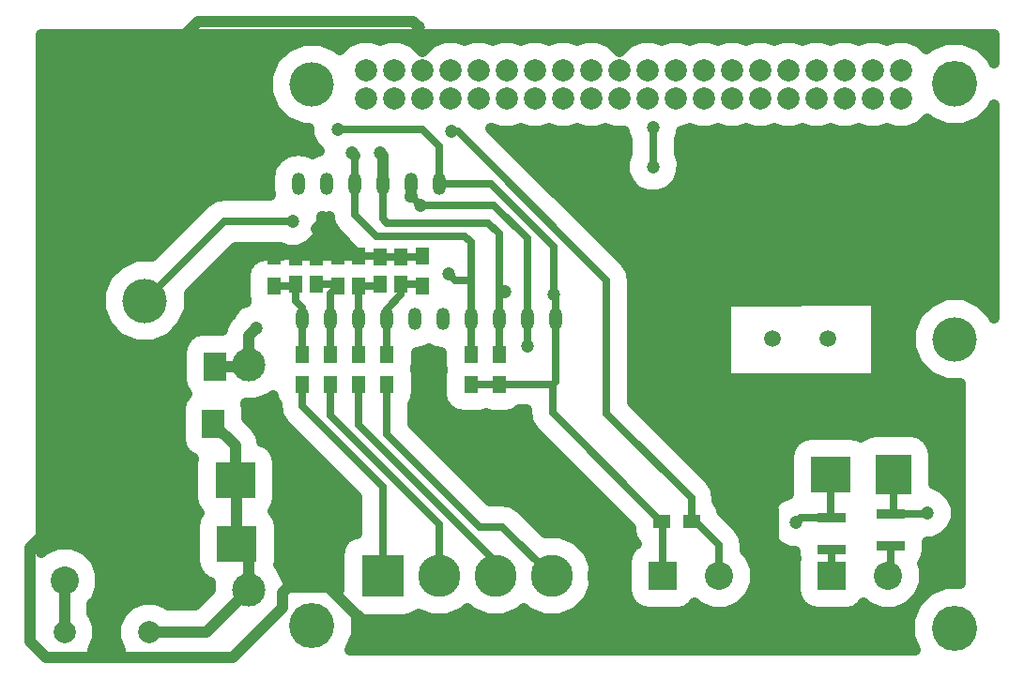
<source format=gbr>
G04 #@! TF.FileFunction,Copper,L2,Bot,Signal*
%FSLAX46Y46*%
G04 Gerber Fmt 4.6, Leading zero omitted, Abs format (unit mm)*
G04 Created by KiCad (PCBNEW 4.0.6) date Wednesday, 29 December 2021 'AMt' 09:41:43*
%MOMM*%
%LPD*%
G01*
G04 APERTURE LIST*
%ADD10C,0.100000*%
%ADD11O,1.200000X2.000000*%
%ADD12C,4.064000*%
%ADD13C,4.000000*%
%ADD14C,2.000000*%
%ADD15R,1.250000X1.500000*%
%ADD16R,3.600000X3.200000*%
%ADD17R,3.200000X3.600000*%
%ADD18C,3.810000*%
%ADD19R,3.810000X3.810000*%
%ADD20R,2.540000X2.540000*%
%ADD21C,2.540000*%
%ADD22R,1.300000X1.500000*%
%ADD23R,1.500000X1.300000*%
%ADD24R,2.500000X0.900000*%
%ADD25C,1.998980*%
%ADD26C,1.500000*%
%ADD27C,3.000000*%
%ADD28R,2.000000X2.500000*%
%ADD29C,1.200000*%
%ADD30C,0.700000*%
%ADD31C,1.000000*%
G04 APERTURE END LIST*
D10*
D11*
X48577500Y31686500D03*
X46037500Y31686500D03*
X43497500Y31686500D03*
X40957500Y31686500D03*
X38417500Y31686500D03*
X35877500Y31686500D03*
X33337500Y31686500D03*
X30797500Y31686500D03*
X28257500Y31686500D03*
X25717500Y31686500D03*
D12*
X26606500Y4000500D03*
X84582000Y3810000D03*
X84582000Y52959000D03*
D13*
X84626000Y29888000D03*
X26626000Y52888000D03*
D14*
X31496000Y54158000D03*
X31496000Y51618000D03*
X34036000Y54158000D03*
X34036000Y51618000D03*
X36576000Y54158000D03*
X36576000Y51618000D03*
X39116000Y54158000D03*
X39116000Y51618000D03*
X41656000Y54158000D03*
X41656000Y51618000D03*
X44196000Y54158000D03*
X44196000Y51618000D03*
X46736000Y54158000D03*
X46736000Y51618000D03*
X49276000Y54158000D03*
X49276000Y51618000D03*
X51816000Y54158000D03*
X51816000Y51618000D03*
X54356000Y54158000D03*
X54356000Y51618000D03*
X56896000Y54158000D03*
X56896000Y51618000D03*
X59436000Y54158000D03*
X59436000Y51618000D03*
X61976000Y54158000D03*
X61976000Y51618000D03*
X64516000Y54158000D03*
X64516000Y51618000D03*
X67056000Y54158000D03*
X67056000Y51618000D03*
X69596000Y54158000D03*
X69596000Y51618000D03*
X72136000Y54158000D03*
X72136000Y51618000D03*
X74676000Y54158000D03*
X74676000Y51618000D03*
X77216000Y54158000D03*
X77216000Y51618000D03*
X79756000Y54158000D03*
X79756000Y51618000D03*
D13*
X84626000Y52888000D03*
X11557000Y33363000D03*
X11557000Y53363000D03*
D15*
X34671000Y37318000D03*
X34671000Y34818000D03*
X32766000Y37318000D03*
X32766000Y34818000D03*
X27051000Y37318000D03*
X27051000Y34818000D03*
X25146000Y37318000D03*
X25146000Y34818000D03*
D16*
X73442000Y17653000D03*
X65242000Y17653000D03*
D17*
X79070200Y17693200D03*
X79070200Y25893200D03*
D16*
X19848000Y11430000D03*
X11648000Y11430000D03*
D18*
X38100000Y8509000D03*
X43180000Y8509000D03*
D19*
X33020000Y8509000D03*
D18*
X48260000Y8509000D03*
X53340000Y8509000D03*
D20*
X4318000Y13208000D03*
D21*
X4318000Y8128000D03*
D20*
X73533000Y8509000D03*
D21*
X78613000Y8509000D03*
D22*
X36576000Y37418000D03*
X36576000Y34718000D03*
X40957500Y25764500D03*
X40957500Y28464500D03*
X30861000Y37418000D03*
X30861000Y34718000D03*
X28956000Y37418000D03*
X28956000Y34718000D03*
X43497500Y25828000D03*
X43497500Y28528000D03*
X23241000Y37418000D03*
X23241000Y34718000D03*
X25781000Y25828000D03*
X25781000Y28528000D03*
X28321000Y25828000D03*
X28321000Y28528000D03*
X30861000Y25828000D03*
X30861000Y28528000D03*
X33401000Y25828000D03*
X33401000Y28528000D03*
D23*
X58162200Y13411200D03*
X60862200Y13411200D03*
D24*
X78867000Y11250000D03*
X78867000Y14150000D03*
D25*
X11938000Y3429000D03*
X4318000Y3429000D03*
D11*
X38100000Y43942000D03*
X35560000Y43942000D03*
X33020000Y43942000D03*
X30480000Y43942000D03*
X27940000Y43942000D03*
X25400000Y43942000D03*
D26*
X73152000Y29972000D03*
X68152000Y29972000D03*
D20*
X58293000Y8509000D03*
D21*
X63373000Y8509000D03*
X68453000Y8509000D03*
D24*
X73507600Y10869000D03*
X73507600Y13769000D03*
D27*
X10795000Y27559000D03*
X20955000Y7239000D03*
X20955000Y27559000D03*
X10875000Y7399000D03*
D28*
X17748000Y22225000D03*
X13748000Y22225000D03*
X17875000Y27432000D03*
X13875000Y27432000D03*
D16*
X19721000Y17145000D03*
X11521000Y17145000D03*
D29*
X24892000Y40538400D03*
X46101000Y29235400D03*
X36245800Y58039000D03*
X27622500Y40386000D03*
X36385500Y41973500D03*
X48488600Y33959800D03*
X28956000Y48831500D03*
X21590000Y30835600D03*
X70256400Y13309600D03*
X82143600Y14198600D03*
X39217600Y48641000D03*
X38989000Y35788600D03*
X30226000Y46736000D03*
X44069000Y34163000D03*
X32766000Y46736000D03*
X57404000Y49022000D03*
X57404000Y45466000D03*
D30*
X24892000Y40538400D02*
X18732400Y40538400D01*
X18732400Y40538400D02*
X11557000Y33363000D01*
X68021200Y4368800D02*
X79171800Y4368800D01*
X84582000Y20381400D02*
X79070200Y25893200D01*
X84582000Y9779000D02*
X84582000Y20381400D01*
X79171800Y4368800D02*
X84582000Y9779000D01*
X68453000Y8509000D02*
X68453000Y14442000D01*
X68453000Y14442000D02*
X65242000Y17653000D01*
D31*
X11557000Y53363000D02*
X11557000Y53797200D01*
X11557000Y53797200D02*
X16332200Y58572400D01*
X35712400Y58572400D02*
X36245800Y58039000D01*
X16332200Y58572400D02*
X35712400Y58572400D01*
X10795000Y27559000D02*
X6451600Y27559000D01*
X5410200Y47216200D02*
X11557000Y53363000D01*
X5410200Y28600400D02*
X5410200Y47216200D01*
X6451600Y27559000D02*
X5410200Y28600400D01*
X10795000Y27559000D02*
X13748000Y27559000D01*
X13748000Y27559000D02*
X13875000Y27432000D01*
X11521000Y19812000D02*
X11521000Y26833000D01*
X11521000Y26833000D02*
X10795000Y27559000D01*
X11521000Y17145000D02*
X11521000Y19812000D01*
X11521000Y19812000D02*
X11521000Y19998000D01*
X11521000Y19998000D02*
X13748000Y22225000D01*
X11648000Y11430000D02*
X11648000Y17018000D01*
X11648000Y17018000D02*
X11521000Y17145000D01*
X4318000Y13208000D02*
X9870000Y13208000D01*
X9870000Y13208000D02*
X11648000Y11430000D01*
X53314600Y5410200D02*
X53390800Y5410200D01*
X68453000Y4800600D02*
X68453000Y8509000D01*
X66294000Y2641600D02*
X68021200Y4368800D01*
X68021200Y4368800D02*
X68453000Y4800600D01*
X56159400Y2641600D02*
X66294000Y2641600D01*
X53390800Y5410200D02*
X56159400Y2641600D01*
X4318000Y13208000D02*
X3352800Y13208000D01*
X3352800Y13208000D02*
X1193800Y11049000D01*
X1193800Y11049000D02*
X1193800Y2616200D01*
X1193800Y2616200D02*
X2641600Y1168400D01*
X2641600Y1168400D02*
X19456400Y1168400D01*
X19456400Y1168400D02*
X23952200Y5664200D01*
X23952200Y5664200D02*
X23952200Y7010400D01*
X23952200Y7010400D02*
X24460200Y7518400D01*
X24460200Y7518400D02*
X28168600Y7518400D01*
X28168600Y7518400D02*
X33045400Y2641600D01*
X33045400Y2641600D02*
X50546000Y2641600D01*
X50546000Y2641600D02*
X53314600Y5410200D01*
X53314600Y5410200D02*
X53340000Y5435600D01*
X53340000Y5435600D02*
X53340000Y8509000D01*
D30*
X46037500Y29298900D02*
X46037500Y31686500D01*
X46101000Y29235400D02*
X46037500Y29298900D01*
X36385500Y41973500D02*
X43065700Y41973500D01*
X43065700Y41973500D02*
X46037500Y39001700D01*
X46037500Y39001700D02*
X46037500Y31686500D01*
D31*
X27622500Y40386000D02*
X27051000Y39814500D01*
D30*
X27051000Y39814500D02*
X27051000Y37318000D01*
X35560000Y43942000D02*
X35560000Y42799000D01*
X35560000Y42799000D02*
X36385500Y41973500D01*
X34671000Y37318000D02*
X36476000Y37318000D01*
D31*
X36476000Y37318000D02*
X36576000Y37418000D01*
D30*
X32766000Y37318000D02*
X34671000Y37318000D01*
X30861000Y37418000D02*
X32666000Y37418000D01*
D31*
X32666000Y37418000D02*
X32766000Y37318000D01*
D30*
X28956000Y37418000D02*
X30861000Y37418000D01*
X27051000Y37318000D02*
X28856000Y37318000D01*
D31*
X28856000Y37318000D02*
X28956000Y37418000D01*
D30*
X25146000Y37318000D02*
X27051000Y37318000D01*
X23241000Y37418000D02*
X25046000Y37418000D01*
D31*
X25046000Y37418000D02*
X25146000Y37318000D01*
D30*
X13995400Y27432000D02*
X13893800Y27533600D01*
X48357800Y25828000D02*
X48357800Y23215600D01*
X48357800Y23215600D02*
X58293000Y13280400D01*
X58293000Y13280400D02*
X58293000Y8509000D01*
X43497500Y25828000D02*
X48357800Y25828000D01*
X48577500Y26047700D02*
X48577500Y31686500D01*
X48357800Y25828000D02*
X48577500Y26047700D01*
X48488600Y33959800D02*
X48488600Y38247660D01*
X42794260Y43942000D02*
X38100000Y43942000D01*
X48488600Y38247660D02*
X42794260Y43942000D01*
X48577500Y31686500D02*
X48577500Y33870900D01*
X48577500Y33870900D02*
X48488600Y33959800D01*
X36576000Y48831500D02*
X28956000Y48831500D01*
X40957500Y25764500D02*
X43434000Y25764500D01*
D31*
X43434000Y25764500D02*
X43497500Y25828000D01*
D30*
X38100000Y43942000D02*
X38100000Y47307500D01*
X38100000Y47307500D02*
X36576000Y48831500D01*
X33337500Y31686500D02*
X33337500Y28591500D01*
X33337500Y28591500D02*
X33401000Y28528000D01*
X34671000Y34818000D02*
X34671000Y33909000D01*
X34671000Y33909000D02*
X33337500Y32575500D01*
X33337500Y32575500D02*
X33337500Y31686500D01*
X34671000Y34818000D02*
X36476000Y34818000D01*
D31*
X36476000Y34818000D02*
X36576000Y34718000D01*
D30*
X30797500Y31686500D02*
X30797500Y28591500D01*
X30797500Y28591500D02*
X30861000Y28528000D01*
X30861000Y34718000D02*
X30861000Y31750000D01*
D31*
X30861000Y31750000D02*
X30797500Y31686500D01*
D30*
X30861000Y34718000D02*
X32666000Y34718000D01*
X32666000Y34718000D02*
X32766000Y34818000D01*
X28257500Y31686500D02*
X28257500Y28591500D01*
X28257500Y28591500D02*
X28321000Y28528000D01*
X28257500Y31686500D02*
X28257500Y34019500D01*
X28257500Y34019500D02*
X28956000Y34718000D01*
X27051000Y34818000D02*
X28856000Y34818000D01*
D31*
X28856000Y34818000D02*
X28956000Y34718000D01*
D30*
X25717500Y31686500D02*
X25717500Y28591500D01*
X25717500Y28591500D02*
X25781000Y28528000D01*
X25717500Y31686500D02*
X25717500Y32766000D01*
X25146000Y33337500D02*
X25146000Y34818000D01*
X25717500Y32766000D02*
X25146000Y33337500D01*
X23241000Y34718000D02*
X25046000Y34718000D01*
D31*
X25046000Y34718000D02*
X25146000Y34818000D01*
X20955000Y27559000D02*
X20955000Y30200600D01*
X20955000Y30200600D02*
X21590000Y30835600D01*
X17875000Y27432000D02*
X20828000Y27432000D01*
X20828000Y27432000D02*
X20955000Y27559000D01*
X19721000Y17145000D02*
X19721000Y20252000D01*
X19721000Y20252000D02*
X17748000Y22225000D01*
X19848000Y11430000D02*
X19848000Y17018000D01*
X19848000Y17018000D02*
X19721000Y17145000D01*
X20955000Y7239000D02*
X20955000Y10323000D01*
X20955000Y10323000D02*
X19848000Y11430000D01*
X11938000Y3429000D02*
X17145000Y3429000D01*
X17145000Y3429000D02*
X20955000Y7239000D01*
D30*
X70715800Y13769000D02*
X70256400Y13309600D01*
X73507600Y13769000D02*
X70715800Y13769000D01*
X73442000Y17653000D02*
X73442000Y13834600D01*
X73442000Y13834600D02*
X73507600Y13769000D01*
X78867000Y14150000D02*
X82095000Y14150000D01*
X82095000Y14150000D02*
X82143600Y14198600D01*
X79070200Y17693200D02*
X79070200Y14353200D01*
X79070200Y14353200D02*
X78867000Y14150000D01*
X53229500Y31673800D02*
X53229500Y23173700D01*
X60862200Y15541000D02*
X60862200Y13788400D01*
X53229500Y23173700D02*
X60862200Y15541000D01*
X60862200Y13788400D02*
X63373000Y11277600D01*
X63373000Y11277600D02*
X63373000Y8509000D01*
X39217600Y48641000D02*
X39792320Y48641000D01*
X53229500Y35203820D02*
X53229500Y31673800D01*
X53229500Y31673800D02*
X53229500Y31512500D01*
X39792320Y48641000D02*
X53229500Y35203820D01*
X28321000Y25828000D02*
X28321000Y22982260D01*
X38100000Y13203260D02*
X38100000Y8509000D01*
X28321000Y22982260D02*
X38100000Y13203260D01*
X30861000Y25828000D02*
X30861000Y22139320D01*
X30861000Y22139320D02*
X43180000Y9820320D01*
X43180000Y9820320D02*
X43180000Y8509000D01*
X25781000Y25828000D02*
X25781000Y23825200D01*
X33020000Y16586200D02*
X33020000Y8509000D01*
X25781000Y23825200D02*
X33020000Y16586200D01*
X33401000Y25828000D02*
X33401000Y21296380D01*
X43815000Y12954000D02*
X48260000Y8509000D01*
X41743380Y12954000D02*
X43815000Y12954000D01*
X33401000Y21296380D02*
X41743380Y12954000D01*
D31*
X4318000Y3429000D02*
X4318000Y8128000D01*
D30*
X73507600Y10869000D02*
X73507600Y8534400D01*
X73507600Y8534400D02*
X73533000Y8509000D01*
X78867000Y11250000D02*
X78867000Y8763000D01*
X78867000Y8763000D02*
X78613000Y8509000D01*
X39547800Y35229800D02*
X40957500Y35229800D01*
X38989000Y35788600D02*
X39547800Y35229800D01*
X32448500Y39179500D02*
X40398700Y39179500D01*
X32448500Y39179500D02*
X30480000Y41148000D01*
X30480000Y43942000D02*
X30480000Y41148000D01*
X40957500Y38620700D02*
X40957500Y35229800D01*
X40957500Y35229800D02*
X40957500Y31686500D01*
X40398700Y39179500D02*
X40957500Y38620700D01*
X40957500Y28464500D02*
X40957500Y31686500D01*
D31*
X30226000Y46736000D02*
X30480000Y46482000D01*
D30*
X30480000Y46482000D02*
X30480000Y43942000D01*
X43497500Y33934400D02*
X43840400Y33934400D01*
X43840400Y33934400D02*
X44069000Y34163000D01*
X43497500Y31686500D02*
X43497500Y33934400D01*
X43497500Y33934400D02*
X43497500Y39382700D01*
X33020000Y40760502D02*
X33401000Y40379502D01*
X33020000Y42926000D02*
X33020000Y43942000D01*
X33020000Y42926000D02*
X33020000Y40760502D01*
X42500698Y40379502D02*
X33401000Y40379502D01*
X43497500Y39382700D02*
X42500698Y40379502D01*
D31*
X33020000Y46482000D02*
X33020000Y43942000D01*
X32766000Y46736000D02*
X33020000Y46482000D01*
D30*
X43454236Y31729764D02*
X43497500Y31686500D01*
X43497500Y28528000D02*
X43497500Y31686500D01*
X57404000Y49022000D02*
X57404000Y45466000D01*
D31*
G36*
X88170800Y31783505D02*
X88019013Y32150858D01*
X86894777Y33277058D01*
X85425140Y33887305D01*
X83833841Y33888693D01*
X82363142Y33281013D01*
X81236942Y32156777D01*
X80626695Y30687140D01*
X80625307Y29095841D01*
X81232987Y27625142D01*
X82357223Y26498942D01*
X83826860Y25888695D01*
X85148200Y25887542D01*
X85148200Y7841508D01*
X83783504Y7842699D01*
X82301039Y7230157D01*
X81165829Y6096927D01*
X80550701Y4615533D01*
X80549301Y3011504D01*
X81030547Y1846800D01*
X30077992Y1846800D01*
X30637799Y3194967D01*
X30639079Y4661195D01*
X31115000Y4564818D01*
X34925000Y4564818D01*
X35666156Y4704276D01*
X36220669Y5061095D01*
X37319840Y4604680D01*
X38873345Y4603324D01*
X40309115Y5196572D01*
X40639614Y5526495D01*
X40965107Y5200433D01*
X42399840Y4604680D01*
X43953345Y4603324D01*
X45389115Y5196572D01*
X45719614Y5526495D01*
X46045107Y5200433D01*
X47479840Y4604680D01*
X49033345Y4603324D01*
X50469115Y5196572D01*
X51568567Y6294107D01*
X52164320Y7728840D01*
X52165676Y9282345D01*
X51572428Y10718115D01*
X50474893Y11817567D01*
X49040160Y12413320D01*
X47677893Y12414509D01*
X45476701Y14615701D01*
X44714306Y15125117D01*
X43815000Y15304000D01*
X42716782Y15304000D01*
X35751000Y22269782D01*
X35751000Y24023367D01*
X35929523Y24284644D01*
X36090182Y25078000D01*
X36090182Y26578000D01*
X35973139Y27200028D01*
X36090182Y27778000D01*
X36090182Y28670032D01*
X36872477Y28825640D01*
X37147500Y29009404D01*
X37422523Y28825640D01*
X38268318Y28657401D01*
X38268318Y27714500D01*
X38385361Y27092472D01*
X38268318Y26514500D01*
X38268318Y25014500D01*
X38407776Y24273344D01*
X38845798Y23592638D01*
X39514144Y23135977D01*
X40307500Y22975318D01*
X41607500Y22975318D01*
X42348656Y23114776D01*
X42378279Y23133838D01*
X42847500Y23038818D01*
X44147500Y23038818D01*
X44888656Y23178276D01*
X45354441Y23478000D01*
X46007800Y23478000D01*
X46007800Y23215600D01*
X46186683Y22316294D01*
X46696099Y21553899D01*
X55373018Y12876980D01*
X55373018Y12761200D01*
X55512476Y12020044D01*
X55893083Y11428563D01*
X55601138Y11240702D01*
X55144477Y10572356D01*
X54983818Y9779000D01*
X54983818Y7239000D01*
X55123276Y6497844D01*
X55561298Y5817138D01*
X56229644Y5360477D01*
X57023000Y5199818D01*
X59563000Y5199818D01*
X60304156Y5339276D01*
X60984862Y5777298D01*
X61185849Y6071452D01*
X61518275Y5738445D01*
X62719703Y5239569D01*
X64020590Y5238434D01*
X65222886Y5735213D01*
X66143555Y6654275D01*
X66642431Y7855703D01*
X66643566Y9156590D01*
X66146787Y10358886D01*
X65723000Y10783414D01*
X65723000Y11277600D01*
X65544117Y12176906D01*
X65131323Y12794697D01*
X67655950Y12794697D01*
X68050942Y11838742D01*
X68781695Y11106713D01*
X69736959Y10710052D01*
X70218418Y10709632D01*
X70218418Y10419000D01*
X70283442Y10073429D01*
X70223818Y9779000D01*
X70223818Y7239000D01*
X70363276Y6497844D01*
X70801298Y5817138D01*
X71469644Y5360477D01*
X72263000Y5199818D01*
X74803000Y5199818D01*
X75544156Y5339276D01*
X76224862Y5777298D01*
X76425849Y6071452D01*
X76758275Y5738445D01*
X77959703Y5239569D01*
X79260590Y5238434D01*
X80462886Y5735213D01*
X81383555Y6654275D01*
X81882431Y7855703D01*
X81883566Y9156590D01*
X81706880Y9584201D01*
X81995523Y10006644D01*
X82156182Y10800000D01*
X82156182Y11598588D01*
X82658503Y11598150D01*
X83614458Y11993142D01*
X84346487Y12723895D01*
X84743148Y13679159D01*
X84744050Y14713503D01*
X84349058Y15669458D01*
X83618305Y16401487D01*
X82709382Y16778906D01*
X82709382Y19493200D01*
X82569924Y20234356D01*
X82131902Y20915062D01*
X81463556Y21371723D01*
X80670200Y21532382D01*
X77470200Y21532382D01*
X76729044Y21392924D01*
X76174775Y21036262D01*
X76035356Y21131523D01*
X75242000Y21292182D01*
X71642000Y21292182D01*
X70900844Y21152724D01*
X70220138Y20714702D01*
X69763477Y20046356D01*
X69602818Y19253000D01*
X69602818Y16053000D01*
X69637780Y15867195D01*
X68785542Y15515058D01*
X68053513Y14784305D01*
X67656852Y13829041D01*
X67655950Y12794697D01*
X65131323Y12794697D01*
X65034701Y12939301D01*
X63590792Y14383210D01*
X63511924Y14802356D01*
X63212200Y15268141D01*
X63212200Y15541000D01*
X63033317Y16440306D01*
X62523901Y17202701D01*
X55579500Y24147102D01*
X55579500Y32867600D01*
X63977900Y32867600D01*
X63977900Y26771600D01*
X64012463Y26588930D01*
X64120202Y26422241D01*
X64284304Y26310601D01*
X64478911Y26271601D01*
X77039211Y26297001D01*
X77219929Y26331195D01*
X77386835Y26438596D01*
X77498807Y26602472D01*
X77538200Y26797000D01*
X77538200Y32893000D01*
X77503637Y33075670D01*
X77395898Y33242359D01*
X77231796Y33353999D01*
X77037189Y33392999D01*
X64476889Y33367599D01*
X64296171Y33333405D01*
X64129265Y33226004D01*
X64017293Y33062128D01*
X63977900Y32867600D01*
X55579500Y32867600D01*
X55579500Y35203820D01*
X55400617Y36103126D01*
X54891201Y36865521D01*
X42812661Y48944061D01*
X43596645Y48618522D01*
X44790119Y48617481D01*
X45466301Y48896873D01*
X46136645Y48618522D01*
X47330119Y48617481D01*
X48006301Y48896873D01*
X48676645Y48618522D01*
X49870119Y48617481D01*
X50546301Y48896873D01*
X51216645Y48618522D01*
X52410119Y48617481D01*
X53086301Y48896873D01*
X53756645Y48618522D01*
X54803646Y48617609D01*
X54803550Y48507097D01*
X55054000Y47900961D01*
X55054000Y46586418D01*
X54804452Y45985441D01*
X54803550Y44951097D01*
X55198542Y43995142D01*
X55929295Y43263113D01*
X56884559Y42866452D01*
X57918903Y42865550D01*
X58874858Y43260542D01*
X59606887Y43991295D01*
X60003548Y44946559D01*
X60004450Y45980903D01*
X59754000Y46587039D01*
X59754000Y47901582D01*
X60003548Y48502559D01*
X60003648Y48617504D01*
X60030119Y48617481D01*
X60706301Y48896873D01*
X61376645Y48618522D01*
X62570119Y48617481D01*
X63246301Y48896873D01*
X63916645Y48618522D01*
X65110119Y48617481D01*
X65786301Y48896873D01*
X66456645Y48618522D01*
X67650119Y48617481D01*
X68326301Y48896873D01*
X68996645Y48618522D01*
X70190119Y48617481D01*
X70866301Y48896873D01*
X71536645Y48618522D01*
X72730119Y48617481D01*
X73406301Y48896873D01*
X74076645Y48618522D01*
X75270119Y48617481D01*
X75946301Y48896873D01*
X76616645Y48618522D01*
X77810119Y48617481D01*
X78486301Y48896873D01*
X79156645Y48618522D01*
X80350119Y48617481D01*
X81453143Y49073241D01*
X82109636Y49728590D01*
X82295073Y49542829D01*
X82326396Y49529822D01*
X82357223Y49498942D01*
X83826860Y48888695D01*
X85418159Y48887307D01*
X86888858Y49494987D01*
X88015058Y50619223D01*
X88170800Y50994291D01*
X88170800Y31783505D01*
X88170800Y31783505D01*
G37*
X88170800Y31783505D02*
X88019013Y32150858D01*
X86894777Y33277058D01*
X85425140Y33887305D01*
X83833841Y33888693D01*
X82363142Y33281013D01*
X81236942Y32156777D01*
X80626695Y30687140D01*
X80625307Y29095841D01*
X81232987Y27625142D01*
X82357223Y26498942D01*
X83826860Y25888695D01*
X85148200Y25887542D01*
X85148200Y7841508D01*
X83783504Y7842699D01*
X82301039Y7230157D01*
X81165829Y6096927D01*
X80550701Y4615533D01*
X80549301Y3011504D01*
X81030547Y1846800D01*
X30077992Y1846800D01*
X30637799Y3194967D01*
X30639079Y4661195D01*
X31115000Y4564818D01*
X34925000Y4564818D01*
X35666156Y4704276D01*
X36220669Y5061095D01*
X37319840Y4604680D01*
X38873345Y4603324D01*
X40309115Y5196572D01*
X40639614Y5526495D01*
X40965107Y5200433D01*
X42399840Y4604680D01*
X43953345Y4603324D01*
X45389115Y5196572D01*
X45719614Y5526495D01*
X46045107Y5200433D01*
X47479840Y4604680D01*
X49033345Y4603324D01*
X50469115Y5196572D01*
X51568567Y6294107D01*
X52164320Y7728840D01*
X52165676Y9282345D01*
X51572428Y10718115D01*
X50474893Y11817567D01*
X49040160Y12413320D01*
X47677893Y12414509D01*
X45476701Y14615701D01*
X44714306Y15125117D01*
X43815000Y15304000D01*
X42716782Y15304000D01*
X35751000Y22269782D01*
X35751000Y24023367D01*
X35929523Y24284644D01*
X36090182Y25078000D01*
X36090182Y26578000D01*
X35973139Y27200028D01*
X36090182Y27778000D01*
X36090182Y28670032D01*
X36872477Y28825640D01*
X37147500Y29009404D01*
X37422523Y28825640D01*
X38268318Y28657401D01*
X38268318Y27714500D01*
X38385361Y27092472D01*
X38268318Y26514500D01*
X38268318Y25014500D01*
X38407776Y24273344D01*
X38845798Y23592638D01*
X39514144Y23135977D01*
X40307500Y22975318D01*
X41607500Y22975318D01*
X42348656Y23114776D01*
X42378279Y23133838D01*
X42847500Y23038818D01*
X44147500Y23038818D01*
X44888656Y23178276D01*
X45354441Y23478000D01*
X46007800Y23478000D01*
X46007800Y23215600D01*
X46186683Y22316294D01*
X46696099Y21553899D01*
X55373018Y12876980D01*
X55373018Y12761200D01*
X55512476Y12020044D01*
X55893083Y11428563D01*
X55601138Y11240702D01*
X55144477Y10572356D01*
X54983818Y9779000D01*
X54983818Y7239000D01*
X55123276Y6497844D01*
X55561298Y5817138D01*
X56229644Y5360477D01*
X57023000Y5199818D01*
X59563000Y5199818D01*
X60304156Y5339276D01*
X60984862Y5777298D01*
X61185849Y6071452D01*
X61518275Y5738445D01*
X62719703Y5239569D01*
X64020590Y5238434D01*
X65222886Y5735213D01*
X66143555Y6654275D01*
X66642431Y7855703D01*
X66643566Y9156590D01*
X66146787Y10358886D01*
X65723000Y10783414D01*
X65723000Y11277600D01*
X65544117Y12176906D01*
X65131323Y12794697D01*
X67655950Y12794697D01*
X68050942Y11838742D01*
X68781695Y11106713D01*
X69736959Y10710052D01*
X70218418Y10709632D01*
X70218418Y10419000D01*
X70283442Y10073429D01*
X70223818Y9779000D01*
X70223818Y7239000D01*
X70363276Y6497844D01*
X70801298Y5817138D01*
X71469644Y5360477D01*
X72263000Y5199818D01*
X74803000Y5199818D01*
X75544156Y5339276D01*
X76224862Y5777298D01*
X76425849Y6071452D01*
X76758275Y5738445D01*
X77959703Y5239569D01*
X79260590Y5238434D01*
X80462886Y5735213D01*
X81383555Y6654275D01*
X81882431Y7855703D01*
X81883566Y9156590D01*
X81706880Y9584201D01*
X81995523Y10006644D01*
X82156182Y10800000D01*
X82156182Y11598588D01*
X82658503Y11598150D01*
X83614458Y11993142D01*
X84346487Y12723895D01*
X84743148Y13679159D01*
X84744050Y14713503D01*
X84349058Y15669458D01*
X83618305Y16401487D01*
X82709382Y16778906D01*
X82709382Y19493200D01*
X82569924Y20234356D01*
X82131902Y20915062D01*
X81463556Y21371723D01*
X80670200Y21532382D01*
X77470200Y21532382D01*
X76729044Y21392924D01*
X76174775Y21036262D01*
X76035356Y21131523D01*
X75242000Y21292182D01*
X71642000Y21292182D01*
X70900844Y21152724D01*
X70220138Y20714702D01*
X69763477Y20046356D01*
X69602818Y19253000D01*
X69602818Y16053000D01*
X69637780Y15867195D01*
X68785542Y15515058D01*
X68053513Y14784305D01*
X67656852Y13829041D01*
X67655950Y12794697D01*
X65131323Y12794697D01*
X65034701Y12939301D01*
X63590792Y14383210D01*
X63511924Y14802356D01*
X63212200Y15268141D01*
X63212200Y15541000D01*
X63033317Y16440306D01*
X62523901Y17202701D01*
X55579500Y24147102D01*
X55579500Y32867600D01*
X63977900Y32867600D01*
X63977900Y26771600D01*
X64012463Y26588930D01*
X64120202Y26422241D01*
X64284304Y26310601D01*
X64478911Y26271601D01*
X77039211Y26297001D01*
X77219929Y26331195D01*
X77386835Y26438596D01*
X77498807Y26602472D01*
X77538200Y26797000D01*
X77538200Y32893000D01*
X77503637Y33075670D01*
X77395898Y33242359D01*
X77231796Y33353999D01*
X77037189Y33392999D01*
X64476889Y33367599D01*
X64296171Y33333405D01*
X64129265Y33226004D01*
X64017293Y33062128D01*
X63977900Y32867600D01*
X55579500Y32867600D01*
X55579500Y35203820D01*
X55400617Y36103126D01*
X54891201Y36865521D01*
X42812661Y48944061D01*
X43596645Y48618522D01*
X44790119Y48617481D01*
X45466301Y48896873D01*
X46136645Y48618522D01*
X47330119Y48617481D01*
X48006301Y48896873D01*
X48676645Y48618522D01*
X49870119Y48617481D01*
X50546301Y48896873D01*
X51216645Y48618522D01*
X52410119Y48617481D01*
X53086301Y48896873D01*
X53756645Y48618522D01*
X54803646Y48617609D01*
X54803550Y48507097D01*
X55054000Y47900961D01*
X55054000Y46586418D01*
X54804452Y45985441D01*
X54803550Y44951097D01*
X55198542Y43995142D01*
X55929295Y43263113D01*
X56884559Y42866452D01*
X57918903Y42865550D01*
X58874858Y43260542D01*
X59606887Y43991295D01*
X60003548Y44946559D01*
X60004450Y45980903D01*
X59754000Y46587039D01*
X59754000Y47901582D01*
X60003548Y48502559D01*
X60003648Y48617504D01*
X60030119Y48617481D01*
X60706301Y48896873D01*
X61376645Y48618522D01*
X62570119Y48617481D01*
X63246301Y48896873D01*
X63916645Y48618522D01*
X65110119Y48617481D01*
X65786301Y48896873D01*
X66456645Y48618522D01*
X67650119Y48617481D01*
X68326301Y48896873D01*
X68996645Y48618522D01*
X70190119Y48617481D01*
X70866301Y48896873D01*
X71536645Y48618522D01*
X72730119Y48617481D01*
X73406301Y48896873D01*
X74076645Y48618522D01*
X75270119Y48617481D01*
X75946301Y48896873D01*
X76616645Y48618522D01*
X77810119Y48617481D01*
X78486301Y48896873D01*
X79156645Y48618522D01*
X80350119Y48617481D01*
X81453143Y49073241D01*
X82109636Y49728590D01*
X82295073Y49542829D01*
X82326396Y49529822D01*
X82357223Y49498942D01*
X83826860Y48888695D01*
X85418159Y48887307D01*
X86888858Y49494987D01*
X88015058Y50619223D01*
X88170800Y50994291D01*
X88170800Y31783505D01*
G36*
X88170800Y54831814D02*
X88002157Y55239961D01*
X86868927Y56375171D01*
X85387533Y56990299D01*
X83783504Y56991699D01*
X82301039Y56379157D01*
X82038892Y56117467D01*
X81457582Y56699793D01*
X80355355Y57157478D01*
X79161881Y57158519D01*
X78485699Y56879127D01*
X77815355Y57157478D01*
X76621881Y57158519D01*
X75945699Y56879127D01*
X75275355Y57157478D01*
X74081881Y57158519D01*
X73405699Y56879127D01*
X72735355Y57157478D01*
X71541881Y57158519D01*
X70865699Y56879127D01*
X70195355Y57157478D01*
X69001881Y57158519D01*
X68325699Y56879127D01*
X67655355Y57157478D01*
X66461881Y57158519D01*
X65785699Y56879127D01*
X65115355Y57157478D01*
X63921881Y57158519D01*
X63245699Y56879127D01*
X62575355Y57157478D01*
X61381881Y57158519D01*
X60705699Y56879127D01*
X60035355Y57157478D01*
X58841881Y57158519D01*
X58165699Y56879127D01*
X57495355Y57157478D01*
X56301881Y57158519D01*
X55198857Y56702759D01*
X54355269Y55860642D01*
X53517582Y56699793D01*
X52415355Y57157478D01*
X51221881Y57158519D01*
X50545699Y56879127D01*
X49875355Y57157478D01*
X48681881Y57158519D01*
X48005699Y56879127D01*
X47335355Y57157478D01*
X46141881Y57158519D01*
X45465699Y56879127D01*
X44795355Y57157478D01*
X43601881Y57158519D01*
X42925699Y56879127D01*
X42255355Y57157478D01*
X41061881Y57158519D01*
X40385699Y56879127D01*
X39715355Y57157478D01*
X38521881Y57158519D01*
X37418857Y56702759D01*
X36575269Y55860642D01*
X35737582Y56699793D01*
X34635355Y57157478D01*
X33441881Y57158519D01*
X32765699Y56879127D01*
X32095355Y57157478D01*
X30901881Y57158519D01*
X29798857Y56702759D01*
X29133178Y56038241D01*
X28894777Y56277058D01*
X27425140Y56887305D01*
X25833841Y56888693D01*
X24363142Y56281013D01*
X23236942Y55156777D01*
X22626695Y53687140D01*
X22625307Y52095841D01*
X23232987Y50625142D01*
X24357223Y49498942D01*
X25826860Y48888695D01*
X26356048Y48888233D01*
X26355550Y48316597D01*
X26750542Y47360642D01*
X27247325Y46862992D01*
X26945023Y46802860D01*
X26670000Y46619096D01*
X26394977Y46802860D01*
X25400000Y47000773D01*
X24405023Y46802860D01*
X23561522Y46239251D01*
X22997913Y45395750D01*
X22800000Y44400773D01*
X22800000Y43483227D01*
X22918318Y42888400D01*
X18732400Y42888400D01*
X17833094Y42709517D01*
X17070699Y42200101D01*
X12233010Y37362412D01*
X10764841Y37363693D01*
X9294142Y36756013D01*
X8167942Y35631777D01*
X7557695Y34162140D01*
X7556307Y32570841D01*
X8163987Y31100142D01*
X9288223Y29973942D01*
X10757860Y29363695D01*
X12349159Y29362307D01*
X13819858Y29969987D01*
X14946058Y31094223D01*
X15556305Y32563860D01*
X15557593Y34040191D01*
X19705802Y38188400D01*
X23771582Y38188400D01*
X24372559Y37938852D01*
X25406903Y37937950D01*
X26362858Y38332942D01*
X27094887Y39063695D01*
X27491548Y40018959D01*
X27492379Y40972264D01*
X27940000Y40883227D01*
X28173431Y40929659D01*
X28308883Y40248694D01*
X28818299Y39486299D01*
X30786799Y37517799D01*
X30802688Y37507182D01*
X30211000Y37507182D01*
X29897394Y37448173D01*
X29606000Y37507182D01*
X28306000Y37507182D01*
X28235407Y37493899D01*
X27676000Y37607182D01*
X26426000Y37607182D01*
X26086476Y37543296D01*
X25771000Y37607182D01*
X24521000Y37607182D01*
X23938464Y37497570D01*
X23891000Y37507182D01*
X22591000Y37507182D01*
X21849844Y37367724D01*
X21169138Y36929702D01*
X20712477Y36261356D01*
X20551818Y35468000D01*
X20551818Y33968000D01*
X20682439Y33273807D01*
X20119142Y33041058D01*
X19387113Y32310305D01*
X19286238Y32067372D01*
X19187233Y31968367D01*
X18645301Y31157309D01*
X18558550Y30721182D01*
X16875000Y30721182D01*
X16133844Y30581724D01*
X15453138Y30143702D01*
X14996477Y29475356D01*
X14835818Y28682000D01*
X14835818Y26182000D01*
X14975276Y25440844D01*
X15312513Y24916762D01*
X14869477Y24268356D01*
X14708818Y23475000D01*
X14708818Y20975000D01*
X14848276Y20233844D01*
X15286298Y19553138D01*
X15953195Y19097467D01*
X15881818Y18745000D01*
X15881818Y15545000D01*
X16021276Y14803844D01*
X16418078Y14187196D01*
X16169477Y13823356D01*
X16008818Y13030000D01*
X16008818Y9830000D01*
X16148276Y9088844D01*
X16586298Y8408138D01*
X17254644Y7951477D01*
X17455585Y7910785D01*
X17455030Y7274564D01*
X16109466Y5929000D01*
X13680582Y5929000D01*
X13639293Y5970361D01*
X12537253Y6427968D01*
X11343982Y6429009D01*
X10241145Y5973326D01*
X9396639Y5130293D01*
X8939032Y4028253D01*
X8937991Y2834982D01*
X9346300Y1846800D01*
X6908813Y1846800D01*
X7316968Y2829747D01*
X7318009Y4023018D01*
X6862326Y5125855D01*
X6818000Y5170258D01*
X6818000Y6003192D01*
X7088555Y6273275D01*
X7587431Y7474703D01*
X7588566Y8775590D01*
X7091787Y9977886D01*
X6172725Y10898555D01*
X4971297Y11397431D01*
X3670410Y11398566D01*
X2468114Y10901787D01*
X2202400Y10636537D01*
X2202400Y57411400D01*
X88170800Y57411400D01*
X88170800Y54831814D01*
X88170800Y54831814D01*
G37*
X88170800Y54831814D02*
X88002157Y55239961D01*
X86868927Y56375171D01*
X85387533Y56990299D01*
X83783504Y56991699D01*
X82301039Y56379157D01*
X82038892Y56117467D01*
X81457582Y56699793D01*
X80355355Y57157478D01*
X79161881Y57158519D01*
X78485699Y56879127D01*
X77815355Y57157478D01*
X76621881Y57158519D01*
X75945699Y56879127D01*
X75275355Y57157478D01*
X74081881Y57158519D01*
X73405699Y56879127D01*
X72735355Y57157478D01*
X71541881Y57158519D01*
X70865699Y56879127D01*
X70195355Y57157478D01*
X69001881Y57158519D01*
X68325699Y56879127D01*
X67655355Y57157478D01*
X66461881Y57158519D01*
X65785699Y56879127D01*
X65115355Y57157478D01*
X63921881Y57158519D01*
X63245699Y56879127D01*
X62575355Y57157478D01*
X61381881Y57158519D01*
X60705699Y56879127D01*
X60035355Y57157478D01*
X58841881Y57158519D01*
X58165699Y56879127D01*
X57495355Y57157478D01*
X56301881Y57158519D01*
X55198857Y56702759D01*
X54355269Y55860642D01*
X53517582Y56699793D01*
X52415355Y57157478D01*
X51221881Y57158519D01*
X50545699Y56879127D01*
X49875355Y57157478D01*
X48681881Y57158519D01*
X48005699Y56879127D01*
X47335355Y57157478D01*
X46141881Y57158519D01*
X45465699Y56879127D01*
X44795355Y57157478D01*
X43601881Y57158519D01*
X42925699Y56879127D01*
X42255355Y57157478D01*
X41061881Y57158519D01*
X40385699Y56879127D01*
X39715355Y57157478D01*
X38521881Y57158519D01*
X37418857Y56702759D01*
X36575269Y55860642D01*
X35737582Y56699793D01*
X34635355Y57157478D01*
X33441881Y57158519D01*
X32765699Y56879127D01*
X32095355Y57157478D01*
X30901881Y57158519D01*
X29798857Y56702759D01*
X29133178Y56038241D01*
X28894777Y56277058D01*
X27425140Y56887305D01*
X25833841Y56888693D01*
X24363142Y56281013D01*
X23236942Y55156777D01*
X22626695Y53687140D01*
X22625307Y52095841D01*
X23232987Y50625142D01*
X24357223Y49498942D01*
X25826860Y48888695D01*
X26356048Y48888233D01*
X26355550Y48316597D01*
X26750542Y47360642D01*
X27247325Y46862992D01*
X26945023Y46802860D01*
X26670000Y46619096D01*
X26394977Y46802860D01*
X25400000Y47000773D01*
X24405023Y46802860D01*
X23561522Y46239251D01*
X22997913Y45395750D01*
X22800000Y44400773D01*
X22800000Y43483227D01*
X22918318Y42888400D01*
X18732400Y42888400D01*
X17833094Y42709517D01*
X17070699Y42200101D01*
X12233010Y37362412D01*
X10764841Y37363693D01*
X9294142Y36756013D01*
X8167942Y35631777D01*
X7557695Y34162140D01*
X7556307Y32570841D01*
X8163987Y31100142D01*
X9288223Y29973942D01*
X10757860Y29363695D01*
X12349159Y29362307D01*
X13819858Y29969987D01*
X14946058Y31094223D01*
X15556305Y32563860D01*
X15557593Y34040191D01*
X19705802Y38188400D01*
X23771582Y38188400D01*
X24372559Y37938852D01*
X25406903Y37937950D01*
X26362858Y38332942D01*
X27094887Y39063695D01*
X27491548Y40018959D01*
X27492379Y40972264D01*
X27940000Y40883227D01*
X28173431Y40929659D01*
X28308883Y40248694D01*
X28818299Y39486299D01*
X30786799Y37517799D01*
X30802688Y37507182D01*
X30211000Y37507182D01*
X29897394Y37448173D01*
X29606000Y37507182D01*
X28306000Y37507182D01*
X28235407Y37493899D01*
X27676000Y37607182D01*
X26426000Y37607182D01*
X26086476Y37543296D01*
X25771000Y37607182D01*
X24521000Y37607182D01*
X23938464Y37497570D01*
X23891000Y37507182D01*
X22591000Y37507182D01*
X21849844Y37367724D01*
X21169138Y36929702D01*
X20712477Y36261356D01*
X20551818Y35468000D01*
X20551818Y33968000D01*
X20682439Y33273807D01*
X20119142Y33041058D01*
X19387113Y32310305D01*
X19286238Y32067372D01*
X19187233Y31968367D01*
X18645301Y31157309D01*
X18558550Y30721182D01*
X16875000Y30721182D01*
X16133844Y30581724D01*
X15453138Y30143702D01*
X14996477Y29475356D01*
X14835818Y28682000D01*
X14835818Y26182000D01*
X14975276Y25440844D01*
X15312513Y24916762D01*
X14869477Y24268356D01*
X14708818Y23475000D01*
X14708818Y20975000D01*
X14848276Y20233844D01*
X15286298Y19553138D01*
X15953195Y19097467D01*
X15881818Y18745000D01*
X15881818Y15545000D01*
X16021276Y14803844D01*
X16418078Y14187196D01*
X16169477Y13823356D01*
X16008818Y13030000D01*
X16008818Y9830000D01*
X16148276Y9088844D01*
X16586298Y8408138D01*
X17254644Y7951477D01*
X17455585Y7910785D01*
X17455030Y7274564D01*
X16109466Y5929000D01*
X13680582Y5929000D01*
X13639293Y5970361D01*
X12537253Y6427968D01*
X11343982Y6429009D01*
X10241145Y5973326D01*
X9396639Y5130293D01*
X8939032Y4028253D01*
X8937991Y2834982D01*
X9346300Y1846800D01*
X6908813Y1846800D01*
X7316968Y2829747D01*
X7318009Y4023018D01*
X6862326Y5125855D01*
X6818000Y5170258D01*
X6818000Y6003192D01*
X7088555Y6273275D01*
X7587431Y7474703D01*
X7588566Y8775590D01*
X7091787Y9977886D01*
X6172725Y10898555D01*
X4971297Y11397431D01*
X3670410Y11398566D01*
X2468114Y10901787D01*
X2202400Y10636537D01*
X2202400Y57411400D01*
X88170800Y57411400D01*
X88170800Y54831814D01*
G36*
X23231276Y24336844D02*
X23431000Y24026464D01*
X23431000Y23825200D01*
X23609883Y22925894D01*
X24119299Y22163499D01*
X30670000Y15612798D01*
X30670000Y12369450D01*
X30373844Y12313724D01*
X29693138Y11875702D01*
X29236477Y11207356D01*
X29075818Y10414000D01*
X29075818Y7233961D01*
X28893427Y7416671D01*
X27412033Y8031799D01*
X25808004Y8033199D01*
X24455206Y7474234D01*
X24455606Y7932139D01*
X23923886Y9219001D01*
X23624238Y9519172D01*
X23687182Y9830000D01*
X23687182Y13030000D01*
X23547724Y13771156D01*
X23150922Y14387804D01*
X23399523Y14751644D01*
X23560182Y15545000D01*
X23560182Y18745000D01*
X23420724Y19486156D01*
X22982702Y20166862D01*
X22314356Y20623523D01*
X22140080Y20658815D01*
X22030699Y21208709D01*
X21488767Y22019767D01*
X20787182Y22721352D01*
X20787182Y23475000D01*
X20677250Y24059241D01*
X21648139Y24058394D01*
X22935001Y24590114D01*
X23144305Y24799054D01*
X23231276Y24336844D01*
X23231276Y24336844D01*
G37*
X23231276Y24336844D02*
X23431000Y24026464D01*
X23431000Y23825200D01*
X23609883Y22925894D01*
X24119299Y22163499D01*
X30670000Y15612798D01*
X30670000Y12369450D01*
X30373844Y12313724D01*
X29693138Y11875702D01*
X29236477Y11207356D01*
X29075818Y10414000D01*
X29075818Y7233961D01*
X28893427Y7416671D01*
X27412033Y8031799D01*
X25808004Y8033199D01*
X24455206Y7474234D01*
X24455606Y7932139D01*
X23923886Y9219001D01*
X23624238Y9519172D01*
X23687182Y9830000D01*
X23687182Y13030000D01*
X23547724Y13771156D01*
X23150922Y14387804D01*
X23399523Y14751644D01*
X23560182Y15545000D01*
X23560182Y18745000D01*
X23420724Y19486156D01*
X22982702Y20166862D01*
X22314356Y20623523D01*
X22140080Y20658815D01*
X22030699Y21208709D01*
X21488767Y22019767D01*
X20787182Y22721352D01*
X20787182Y23475000D01*
X20677250Y24059241D01*
X21648139Y24058394D01*
X22935001Y24590114D01*
X23144305Y24799054D01*
X23231276Y24336844D01*
G36*
X35649925Y42729502D02*
X35470075Y42729502D01*
X35560000Y43181586D01*
X35649925Y42729502D01*
X35649925Y42729502D01*
G37*
X35649925Y42729502D02*
X35470075Y42729502D01*
X35560000Y43181586D01*
X35649925Y42729502D01*
M02*

</source>
